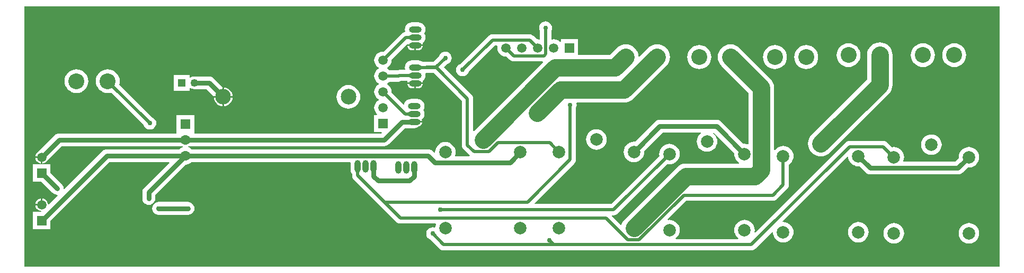
<source format=gbl>
%FSLAX25Y25*%
%MOIN*%
G70*
G01*
G75*
G04 Layer_Physical_Order=2*
G04 Layer_Color=16711680*
%ADD10R,0.05118X0.05906*%
%ADD11R,0.06102X0.09646*%
%ADD12R,0.06299X0.02362*%
%ADD13R,0.05906X0.05118*%
%ADD14R,0.08661X0.07874*%
%ADD15R,0.09646X0.06102*%
%ADD16R,0.12992X0.09449*%
%ADD17R,0.03937X0.09449*%
G04:AMPARAMS|DCode=18|XSize=50mil|YSize=50mil|CornerRadius=6.25mil|HoleSize=0mil|Usage=FLASHONLY|Rotation=270.000|XOffset=0mil|YOffset=0mil|HoleType=Round|Shape=RoundedRectangle|*
%AMROUNDEDRECTD18*
21,1,0.05000,0.03750,0,0,270.0*
21,1,0.03750,0.05000,0,0,270.0*
1,1,0.01250,-0.01875,-0.01875*
1,1,0.01250,-0.01875,0.01875*
1,1,0.01250,0.01875,0.01875*
1,1,0.01250,0.01875,-0.01875*
%
%ADD18ROUNDEDRECTD18*%
%ADD19C,0.02000*%
%ADD20C,0.03000*%
%ADD21C,0.11000*%
%ADD22C,0.05906*%
%ADD23R,0.05906X0.05906*%
%ADD24O,0.07874X0.03937*%
%ADD25O,0.07874X0.03937*%
%ADD26C,0.10000*%
%ADD27C,0.07874*%
%ADD28R,0.05906X0.05906*%
%ADD29C,0.09843*%
%ADD30C,0.04921*%
%ADD31R,0.04921X0.04921*%
%ADD32C,0.06299*%
%ADD33R,0.06299X0.06299*%
%ADD34O,0.03937X0.07874*%
%ADD35O,0.03937X0.07874*%
%ADD36C,0.03000*%
%ADD37C,0.07874*%
G36*
X613600Y0D02*
X0D01*
Y164100D01*
X613600D01*
Y0D01*
D02*
G37*
%LPC*%
G36*
X52443Y124536D02*
X50972Y124391D01*
X49558Y123963D01*
X48256Y123266D01*
X47113Y122329D01*
X46176Y121187D01*
X45480Y119884D01*
X45051Y118470D01*
X44906Y117000D01*
X45051Y115530D01*
X45480Y114116D01*
X46176Y112813D01*
X47113Y111671D01*
X48256Y110734D01*
X49558Y110037D01*
X50972Y109608D01*
X52443Y109464D01*
X53913Y109608D01*
X54625Y109825D01*
X75109Y89341D01*
X75476Y88455D01*
X76117Y87620D01*
X76953Y86978D01*
X77926Y86575D01*
X78970Y86438D01*
X80014Y86575D01*
X80987Y86978D01*
X81823Y87620D01*
X82464Y88455D01*
X82867Y89428D01*
X83005Y90472D01*
X82867Y91517D01*
X82464Y92490D01*
X81823Y93325D01*
X80987Y93966D01*
X80102Y94333D01*
X59618Y114817D01*
X59834Y115530D01*
X59979Y117000D01*
X59834Y118470D01*
X59405Y119884D01*
X58709Y121187D01*
X57771Y122329D01*
X56629Y123266D01*
X55326Y123963D01*
X53913Y124391D01*
X52443Y124536D01*
D02*
G37*
G36*
X359912Y86656D02*
X358650Y86532D01*
X357437Y86164D01*
X356318Y85566D01*
X355338Y84762D01*
X354534Y83782D01*
X353936Y82664D01*
X353568Y81450D01*
X353444Y80188D01*
X353568Y78926D01*
X353936Y77713D01*
X354534Y76595D01*
X355338Y75615D01*
X356318Y74810D01*
X357437Y74212D01*
X358650Y73844D01*
X359912Y73720D01*
X361174Y73844D01*
X362387Y74212D01*
X363505Y74810D01*
X364486Y75615D01*
X365290Y76595D01*
X365888Y77713D01*
X366256Y78926D01*
X366380Y80188D01*
X366256Y81450D01*
X365888Y82664D01*
X365290Y83782D01*
X364486Y84762D01*
X363505Y85566D01*
X362387Y86164D01*
X361174Y86532D01*
X359912Y86656D01*
D02*
G37*
G36*
X570712Y83356D02*
X569450Y83232D01*
X568237Y82864D01*
X567118Y82266D01*
X566138Y81462D01*
X565334Y80482D01*
X564736Y79364D01*
X564368Y78150D01*
X564244Y76888D01*
X564368Y75626D01*
X564736Y74413D01*
X565334Y73295D01*
X566138Y72315D01*
X567118Y71510D01*
X568237Y70912D01*
X569450Y70544D01*
X570712Y70420D01*
X571974Y70544D01*
X573187Y70912D01*
X574305Y71510D01*
X575286Y72315D01*
X576090Y73295D01*
X576688Y74413D01*
X577056Y75626D01*
X577180Y76888D01*
X577056Y78150D01*
X576688Y79364D01*
X576090Y80482D01*
X575286Y81462D01*
X574305Y82266D01*
X573187Y82864D01*
X571974Y83232D01*
X570712Y83356D01*
D02*
G37*
G36*
X131036Y106600D02*
X125630D01*
Y101193D01*
X126676Y101331D01*
X128116Y101928D01*
X129353Y102877D01*
X130302Y104114D01*
X130899Y105554D01*
X131036Y106600D01*
D02*
G37*
G36*
X124630D02*
X119223D01*
X119361Y105554D01*
X119958Y104114D01*
X120907Y102877D01*
X122144Y101928D01*
X123584Y101331D01*
X124630Y101193D01*
Y106600D01*
D02*
G37*
G36*
X203870Y114557D02*
X202415Y114414D01*
X201016Y113989D01*
X199727Y113300D01*
X198597Y112373D01*
X197670Y111243D01*
X196981Y109954D01*
X196556Y108555D01*
X196413Y107100D01*
X196556Y105645D01*
X196981Y104246D01*
X197670Y102957D01*
X198597Y101827D01*
X199727Y100900D01*
X201016Y100210D01*
X202415Y99786D01*
X203870Y99643D01*
X205325Y99786D01*
X206724Y100210D01*
X208013Y100900D01*
X209143Y101827D01*
X210070Y102957D01*
X210760Y104246D01*
X211184Y105645D01*
X211327Y107100D01*
X211184Y108555D01*
X210760Y109954D01*
X210070Y111243D01*
X209143Y112373D01*
X208013Y113300D01*
X206724Y113989D01*
X205325Y114414D01*
X203870Y114557D01*
D02*
G37*
G36*
X538242Y141439D02*
X536674Y141284D01*
X535166Y140827D01*
X533776Y140084D01*
X532558Y139084D01*
X531559Y137866D01*
X530816Y136476D01*
X530358Y134968D01*
X530204Y133400D01*
Y118049D01*
X495428Y83272D01*
X494428Y82054D01*
X493685Y80664D01*
X493228Y79157D01*
X493073Y77588D01*
X493228Y76020D01*
X493685Y74512D01*
X494428Y73122D01*
X495428Y71904D01*
X496646Y70904D01*
X498036Y70161D01*
X499544Y69704D01*
X501112Y69550D01*
X502680Y69704D01*
X504188Y70161D01*
X505578Y70904D01*
X506796Y71904D01*
X543927Y109035D01*
X544926Y110253D01*
X545669Y111643D01*
X546127Y113151D01*
X546281Y114719D01*
X546281Y114719D01*
Y133400D01*
X546127Y134968D01*
X545669Y136476D01*
X544926Y137866D01*
X543927Y139084D01*
X542709Y140084D01*
X541319Y140827D01*
X539811Y141284D01*
X538242Y141439D01*
D02*
G37*
G36*
X524734Y28151D02*
X523472Y28027D01*
X522259Y27658D01*
X521140Y27061D01*
X520160Y26256D01*
X519356Y25276D01*
X518758Y24158D01*
X518390Y22944D01*
X518266Y21683D01*
X518390Y20421D01*
X518758Y19207D01*
X519356Y18089D01*
X520160Y17109D01*
X521140Y16305D01*
X522259Y15707D01*
X523472Y15339D01*
X524734Y15214D01*
X525996Y15339D01*
X527209Y15707D01*
X528327Y16305D01*
X529308Y17109D01*
X530112Y18089D01*
X530710Y19207D01*
X531078Y20421D01*
X531202Y21683D01*
X531078Y22944D01*
X530710Y24158D01*
X530112Y25276D01*
X529308Y26256D01*
X528327Y27061D01*
X527209Y27658D01*
X525996Y28027D01*
X524734Y28151D01*
D02*
G37*
G36*
X594334Y27451D02*
X593072Y27327D01*
X591859Y26958D01*
X590740Y26361D01*
X589760Y25556D01*
X588956Y24576D01*
X588358Y23458D01*
X587990Y22244D01*
X587866Y20983D01*
X587990Y19721D01*
X588358Y18507D01*
X588956Y17389D01*
X589760Y16409D01*
X590740Y15605D01*
X591859Y15007D01*
X593072Y14639D01*
X594334Y14514D01*
X595596Y14639D01*
X596809Y15007D01*
X597927Y15605D01*
X598908Y16409D01*
X599712Y17389D01*
X600310Y18507D01*
X600678Y19721D01*
X600802Y20983D01*
X600678Y22244D01*
X600310Y23458D01*
X599712Y24576D01*
X598908Y25556D01*
X597927Y26361D01*
X596809Y26958D01*
X595596Y27327D01*
X594334Y27451D01*
D02*
G37*
G36*
X547090D02*
X545828Y27327D01*
X544614Y26958D01*
X543496Y26361D01*
X542516Y25556D01*
X541712Y24576D01*
X541114Y23458D01*
X540746Y22244D01*
X540622Y20983D01*
X540746Y19721D01*
X541114Y18507D01*
X541712Y17389D01*
X542516Y16409D01*
X543496Y15605D01*
X544614Y15007D01*
X545828Y14639D01*
X547090Y14514D01*
X548352Y14639D01*
X549565Y15007D01*
X550683Y15605D01*
X551663Y16409D01*
X552468Y17389D01*
X553065Y18507D01*
X553434Y19721D01*
X553558Y20983D01*
X553434Y22244D01*
X553065Y23458D01*
X552468Y24576D01*
X551663Y25556D01*
X550683Y26361D01*
X549565Y26958D01*
X548352Y27327D01*
X547090Y27451D01*
D02*
G37*
G36*
X10400Y68500D02*
X6931D01*
X7003Y67956D01*
X7406Y66983D01*
X8047Y66147D01*
X8883Y65506D01*
X9856Y65103D01*
X10400Y65031D01*
Y68500D01*
D02*
G37*
G36*
Y42921D02*
X9868Y42851D01*
X8907Y42453D01*
X8081Y41819D01*
X7447Y40993D01*
X7049Y40032D01*
X6979Y39500D01*
X10400D01*
Y42921D01*
D02*
G37*
G36*
X102955Y40734D02*
X84470D01*
X83426Y40597D01*
X82453Y40194D01*
X81617Y39553D01*
X80976Y38717D01*
X80573Y37744D01*
X80436Y36700D01*
X80573Y35656D01*
X80976Y34683D01*
X81617Y33847D01*
X82453Y33206D01*
X83426Y32803D01*
X84470Y32666D01*
X102955D01*
X103999Y32803D01*
X104972Y33206D01*
X105808Y33847D01*
X106449Y34683D01*
X106852Y35656D01*
X106990Y36700D01*
X106852Y37744D01*
X106449Y38717D01*
X105808Y39553D01*
X104972Y40194D01*
X103999Y40597D01*
X102955Y40734D01*
D02*
G37*
G36*
X103924Y120961D02*
X94002D01*
Y111039D01*
X103924D01*
Y112628D01*
X104372Y112849D01*
X104820Y112506D01*
X105793Y112103D01*
X106837Y111966D01*
X114559D01*
X118924Y107600D01*
X124630D01*
Y113306D01*
X119083Y118853D01*
X118247Y119494D01*
X117274Y119897D01*
X116230Y120035D01*
X116230Y120035D01*
X106837D01*
X105793Y119897D01*
X104820Y119494D01*
X104372Y119150D01*
X103924Y119372D01*
Y120961D01*
D02*
G37*
G36*
X565357Y140936D02*
X563887Y140791D01*
X562473Y140363D01*
X561170Y139666D01*
X560029Y138729D01*
X559091Y137587D01*
X558395Y136284D01*
X557966Y134870D01*
X557821Y133400D01*
X557966Y131930D01*
X558395Y130516D01*
X559091Y129213D01*
X560029Y128071D01*
X561170Y127134D01*
X562473Y126437D01*
X563887Y126008D01*
X565357Y125864D01*
X566828Y126008D01*
X568242Y126437D01*
X569544Y127134D01*
X570686Y128071D01*
X571624Y129213D01*
X572320Y130516D01*
X572749Y131930D01*
X572894Y133400D01*
X572749Y134870D01*
X572320Y136284D01*
X571624Y137587D01*
X570686Y138729D01*
X569544Y139666D01*
X568242Y140363D01*
X566828Y140791D01*
X565357Y140936D01*
D02*
G37*
G36*
X518558D02*
X517087Y140791D01*
X515673Y140363D01*
X514370Y139666D01*
X513229Y138729D01*
X512291Y137587D01*
X511595Y136284D01*
X511166Y134870D01*
X511021Y133400D01*
X511166Y131930D01*
X511595Y130516D01*
X512291Y129213D01*
X513229Y128071D01*
X514370Y127134D01*
X515673Y126437D01*
X517087Y126008D01*
X518558Y125864D01*
X520028Y126008D01*
X521442Y126437D01*
X522744Y127134D01*
X523886Y128071D01*
X524824Y129213D01*
X525520Y130516D01*
X525949Y131930D01*
X526094Y133400D01*
X525949Y134870D01*
X525520Y136284D01*
X524824Y137587D01*
X523886Y138729D01*
X522744Y139666D01*
X521442Y140363D01*
X520028Y140791D01*
X518558Y140936D01*
D02*
G37*
G36*
X491943Y139736D02*
X490472Y139592D01*
X489058Y139163D01*
X487755Y138466D01*
X486614Y137529D01*
X485676Y136387D01*
X484980Y135084D01*
X484551Y133670D01*
X484406Y132200D01*
X484551Y130730D01*
X484980Y129316D01*
X485676Y128013D01*
X486614Y126871D01*
X487755Y125934D01*
X489058Y125237D01*
X490472Y124809D01*
X491943Y124664D01*
X493413Y124809D01*
X494827Y125237D01*
X496129Y125934D01*
X497271Y126871D01*
X498209Y128013D01*
X498905Y129316D01*
X499334Y130730D01*
X499479Y132200D01*
X499334Y133670D01*
X498905Y135084D01*
X498209Y136387D01*
X497271Y137529D01*
X496129Y138466D01*
X494827Y139163D01*
X493413Y139592D01*
X491943Y139736D01*
D02*
G37*
G36*
X585042Y140936D02*
X583572Y140791D01*
X582159Y140363D01*
X580856Y139666D01*
X579713Y138729D01*
X578776Y137587D01*
X578080Y136284D01*
X577651Y134870D01*
X577506Y133400D01*
X577651Y131930D01*
X578080Y130516D01*
X578776Y129213D01*
X579713Y128071D01*
X580856Y127134D01*
X582159Y126437D01*
X583572Y126008D01*
X585042Y125864D01*
X586513Y126008D01*
X587926Y126437D01*
X589229Y127134D01*
X590371Y128071D01*
X591309Y129213D01*
X592005Y130516D01*
X592434Y131930D01*
X592579Y133400D01*
X592434Y134870D01*
X592005Y136284D01*
X591309Y137587D01*
X590371Y138729D01*
X589229Y139666D01*
X587926Y140363D01*
X586513Y140791D01*
X585042Y140936D01*
D02*
G37*
G36*
X327970Y154735D02*
X326926Y154597D01*
X325953Y154194D01*
X325117Y153553D01*
X324476Y152717D01*
X324073Y151744D01*
X323936Y150700D01*
X324073Y149656D01*
X324440Y148770D01*
Y143689D01*
X324064Y143360D01*
X323000Y143500D01*
X322552Y143441D01*
X320496Y145496D01*
X319765Y146057D01*
X318914Y146410D01*
X318000Y146530D01*
X294570D01*
X293656Y146410D01*
X292805Y146057D01*
X292074Y145496D01*
X274538Y127961D01*
X273653Y127594D01*
X272817Y126953D01*
X272176Y126117D01*
X271773Y125144D01*
X271636Y124100D01*
X271773Y123056D01*
X272176Y122083D01*
X272817Y121247D01*
X273653Y120606D01*
X274626Y120203D01*
X275670Y120065D01*
X276714Y120203D01*
X277687Y120606D01*
X278523Y121247D01*
X279164Y122083D01*
X279531Y122968D01*
X296032Y139470D01*
X297315D01*
X297644Y139094D01*
X297500Y138000D01*
X297688Y136576D01*
X298237Y135250D01*
X299111Y134111D01*
X300250Y133237D01*
X301577Y132688D01*
X303000Y132500D01*
X303448Y132559D01*
X305457Y130551D01*
X305457Y130551D01*
X305457D01*
X305457Y130551D01*
X305457D01*
X305457Y130551D01*
Y130551D01*
Y130551D01*
D01*
D01*
X305457D01*
Y130551D01*
X306188Y129990D01*
X307039Y129637D01*
X307953Y129517D01*
X326019D01*
X326210Y129055D01*
X282828Y85672D01*
X282783Y85618D01*
X282312Y85786D01*
Y106059D01*
X282192Y106973D01*
X281839Y107824D01*
X281278Y108555D01*
X264024Y125809D01*
X266002Y127786D01*
X266887Y128153D01*
X267723Y128794D01*
X268364Y129630D01*
X268767Y130603D01*
X268905Y131647D01*
X268767Y132691D01*
X268364Y133665D01*
X267723Y134500D01*
X266887Y135141D01*
X265914Y135544D01*
X264870Y135682D01*
X263826Y135544D01*
X262853Y135141D01*
X262017Y134500D01*
X261376Y133665D01*
X261009Y132779D01*
X257546Y129316D01*
X250512Y129204D01*
X250122Y129503D01*
X249035Y129954D01*
X247869Y130107D01*
X243932D01*
X242765Y129954D01*
X241678Y129503D01*
X240745Y128787D01*
X240028Y127854D01*
X239578Y126767D01*
X239424Y125600D01*
X239568Y124506D01*
X239239Y124130D01*
X235870D01*
X235870Y124130D01*
X234956Y124010D01*
X234281Y123730D01*
X229764D01*
X229489Y124089D01*
X228367Y124950D01*
Y125450D01*
X229489Y126311D01*
X230363Y127450D01*
X230912Y128777D01*
X231100Y130200D01*
X231041Y130648D01*
X240531Y140138D01*
X240608Y140100D01*
X243876D01*
X243932Y140093D01*
X247869D01*
X247924Y140100D01*
X250797D01*
X250761Y140375D01*
X250505Y140991D01*
X251056Y141413D01*
X251772Y142347D01*
X252222Y143433D01*
X252376Y144600D01*
X252222Y145766D01*
X251772Y146853D01*
X251583Y147100D01*
X251772Y147346D01*
X252222Y148433D01*
X252376Y149600D01*
X252222Y150767D01*
X251772Y151854D01*
X251056Y152787D01*
X250122Y153503D01*
X249035Y153954D01*
X247869Y154107D01*
X243932D01*
X242765Y153954D01*
X241678Y153503D01*
X240745Y152787D01*
X240028Y151854D01*
X239578Y150767D01*
X239424Y149600D01*
X239578Y148433D01*
X239354Y148045D01*
X239086Y148010D01*
X238235Y147657D01*
X237504Y147096D01*
X226048Y135641D01*
X225600Y135700D01*
X224177Y135512D01*
X222850Y134963D01*
X221711Y134089D01*
X220837Y132950D01*
X220288Y131623D01*
X220100Y130200D01*
X220288Y128777D01*
X220837Y127450D01*
X221711Y126311D01*
X222833Y125450D01*
Y124950D01*
X221711Y124089D01*
X220837Y122950D01*
X220288Y121624D01*
X220100Y120200D01*
X220288Y118777D01*
X220837Y117450D01*
X221711Y116311D01*
X222833Y115450D01*
Y114950D01*
X221711Y114089D01*
X220837Y112950D01*
X220288Y111624D01*
X220100Y110200D01*
X220288Y108776D01*
X220837Y107450D01*
X221711Y106311D01*
X222833Y105450D01*
Y104950D01*
X221711Y104089D01*
X220837Y102950D01*
X220288Y101623D01*
X220100Y100200D01*
X220288Y98777D01*
X220837Y97450D01*
X221711Y96311D01*
X221952Y96126D01*
X221791Y95653D01*
X220147D01*
Y84747D01*
X224758D01*
X224881Y84450D01*
X224604Y84035D01*
X107050D01*
Y84035D01*
Y84350D01*
X107050Y84388D01*
X107050Y84388D01*
X107050D01*
Y95650D01*
X95750D01*
Y84388D01*
X95750Y84388D01*
X95750D01*
X95750Y84350D01*
X95435Y84035D01*
X21900D01*
X21900Y84035D01*
X20856Y83897D01*
X19883Y83494D01*
X19047Y82853D01*
X8047Y71853D01*
X7406Y71017D01*
X7003Y70044D01*
X6931Y69500D01*
X10900D01*
Y69000D01*
X11400D01*
Y65031D01*
X11944Y65103D01*
X12917Y65506D01*
X13753Y66147D01*
X23571Y75965D01*
X99757D01*
X99855Y75475D01*
X98551Y74935D01*
X97378Y74035D01*
X51900D01*
X51900Y74035D01*
X50856Y73897D01*
X49883Y73494D01*
X49047Y72853D01*
X49047Y72853D01*
X25054Y48860D01*
X24606Y49081D01*
X24635Y49300D01*
X24497Y50344D01*
X24094Y51317D01*
X23453Y52153D01*
X16353Y59253D01*
Y64453D01*
X5447D01*
Y53547D01*
X10647D01*
X17747Y46447D01*
X17747D01*
X17747Y46447D01*
X17747Y46447D01*
Y46447D01*
X18583Y45806D01*
X19556Y45403D01*
X20600Y45265D01*
X20819Y45294D01*
X21040Y44846D01*
X15322Y39128D01*
X14849Y39289D01*
X14751Y40032D01*
X14353Y40993D01*
X13719Y41819D01*
X12893Y42453D01*
X11932Y42851D01*
X11400Y42921D01*
Y39000D01*
X10900D01*
Y38500D01*
X6979D01*
X7049Y37968D01*
X7447Y37007D01*
X8081Y36181D01*
X8907Y35547D01*
X9868Y35149D01*
X10611Y35051D01*
X10677Y34859D01*
X10385Y34453D01*
X5447D01*
Y23547D01*
X16353D01*
Y28747D01*
X53571Y65965D01*
X91007D01*
X91198Y65504D01*
X75417Y49723D01*
X74776Y48887D01*
X74373Y47914D01*
X74236Y46870D01*
X74236Y46870D01*
Y42906D01*
X74373Y41861D01*
X74776Y40888D01*
X75417Y40053D01*
X76253Y39412D01*
X77226Y39009D01*
X78270Y38871D01*
X79314Y39009D01*
X80287Y39412D01*
X81123Y40053D01*
X81764Y40888D01*
X82167Y41861D01*
X82305Y42906D01*
Y45199D01*
X101409Y64303D01*
X102875Y64496D01*
X104249Y65065D01*
X105423Y65965D01*
X204906D01*
X205235Y65590D01*
X205193Y65268D01*
Y61331D01*
X205347Y60165D01*
X205797Y59078D01*
X206170Y58592D01*
Y57400D01*
X206290Y56486D01*
X206643Y55635D01*
X207204Y54904D01*
X224004Y38104D01*
X234004Y28104D01*
X234735Y27543D01*
X235586Y27190D01*
X236500Y27070D01*
X236500Y27070D01*
X258701D01*
X258958Y26641D01*
X258914Y26558D01*
X258546Y25344D01*
X258494Y24822D01*
X258065Y24564D01*
X257914Y24627D01*
X256870Y24765D01*
X255826Y24627D01*
X254853Y24224D01*
X254017Y23583D01*
X253376Y22747D01*
X252973Y21774D01*
X252836Y20730D01*
X252973Y19686D01*
X253376Y18713D01*
X254017Y17877D01*
X254853Y17236D01*
X255738Y16869D01*
X261321Y11286D01*
X262052Y10725D01*
X262904Y10373D01*
X263818Y10252D01*
X333087D01*
X333087Y10252D01*
X333088Y10252D01*
X457353D01*
X458266Y10373D01*
X459118Y10725D01*
X459849Y11286D01*
X470582Y22019D01*
X471034Y21805D01*
X471022Y21683D01*
X471146Y20421D01*
X471514Y19207D01*
X472112Y18089D01*
X472916Y17109D01*
X473896Y16305D01*
X475014Y15707D01*
X476228Y15339D01*
X477490Y15214D01*
X478752Y15339D01*
X479965Y15707D01*
X481083Y16305D01*
X482063Y17109D01*
X482868Y18089D01*
X483465Y19207D01*
X483834Y20421D01*
X483958Y21683D01*
X483834Y22944D01*
X483465Y24158D01*
X482868Y25276D01*
X482063Y26256D01*
X481083Y27061D01*
X479965Y27658D01*
X478752Y28027D01*
X477490Y28151D01*
X477367Y28139D01*
X477153Y28591D01*
X517853Y69291D01*
X518324Y69122D01*
X518390Y68452D01*
X518758Y67239D01*
X519356Y66121D01*
X520160Y65140D01*
X521140Y64336D01*
X522259Y63738D01*
X523472Y63370D01*
X524734Y63246D01*
X525428Y63314D01*
X529495Y59247D01*
X529495Y59247D01*
X530331Y58606D01*
X530901Y58370D01*
X531304Y58203D01*
X532348Y58065D01*
X587420D01*
X587420Y58065D01*
X588464Y58203D01*
X589437Y58606D01*
X590273Y59247D01*
X593640Y62614D01*
X594334Y62546D01*
X595596Y62670D01*
X596809Y63038D01*
X597927Y63636D01*
X598908Y64441D01*
X599712Y65421D01*
X600310Y66539D01*
X600678Y67752D01*
X600802Y69014D01*
X600678Y70276D01*
X600310Y71490D01*
X599712Y72608D01*
X598908Y73588D01*
X597927Y74392D01*
X596809Y74990D01*
X595596Y75358D01*
X594334Y75482D01*
X593072Y75358D01*
X591859Y74990D01*
X590740Y74392D01*
X589760Y73588D01*
X588956Y72608D01*
X588358Y71490D01*
X587990Y70276D01*
X587866Y69014D01*
X587934Y68320D01*
X585748Y66135D01*
X553308D01*
X553065Y66539D01*
X553434Y67752D01*
X553558Y69014D01*
X553434Y70276D01*
X553065Y71490D01*
X552468Y72608D01*
X551663Y73588D01*
X550683Y74392D01*
X549565Y74990D01*
X548352Y75358D01*
X547090Y75482D01*
X545828Y75358D01*
X545759Y75337D01*
X542900Y78196D01*
X542169Y78757D01*
X541318Y79110D01*
X540404Y79230D01*
X519270D01*
X518356Y79110D01*
X517505Y78757D01*
X516774Y78196D01*
X459848Y21270D01*
X459419Y21527D01*
X459478Y21721D01*
X459602Y22983D01*
X459478Y24245D01*
X459110Y25458D01*
X458512Y26576D01*
X457708Y27556D01*
X456727Y28361D01*
X455609Y28958D01*
X454396Y29327D01*
X453134Y29451D01*
X451872Y29327D01*
X450659Y28958D01*
X449540Y28361D01*
X448560Y27556D01*
X447756Y26576D01*
X447158Y25458D01*
X446790Y24245D01*
X446666Y22983D01*
X446790Y21721D01*
X447158Y20507D01*
X447756Y19389D01*
X448560Y18409D01*
X449322Y17784D01*
X449154Y17313D01*
X409870D01*
X409701Y17784D01*
X410463Y18409D01*
X411268Y19389D01*
X411866Y20507D01*
X412234Y21721D01*
X412358Y22983D01*
X412234Y24245D01*
X411866Y25458D01*
X411268Y26576D01*
X410463Y27556D01*
X409483Y28361D01*
X408365Y28958D01*
X407152Y29327D01*
X405890Y29451D01*
X404866Y29350D01*
X404652Y29802D01*
X416340Y41489D01*
X470870D01*
X471784Y41610D01*
X472635Y41962D01*
X473366Y42523D01*
X479986Y49143D01*
X480547Y49874D01*
X480900Y50726D01*
X481020Y51639D01*
Y64302D01*
X481083Y64336D01*
X482063Y65140D01*
X482868Y66121D01*
X483465Y67239D01*
X483834Y68452D01*
X483958Y69714D01*
X483834Y70976D01*
X483465Y72189D01*
X482868Y73308D01*
X482063Y74288D01*
X481083Y75092D01*
X479965Y75690D01*
X478752Y76058D01*
X477490Y76182D01*
X476228Y76058D01*
X475014Y75690D01*
X473896Y75092D01*
X472916Y74288D01*
X472180Y73391D01*
X471709Y73559D01*
Y112872D01*
X471554Y114441D01*
X471203Y115598D01*
X471097Y115949D01*
X470354Y117339D01*
X469903Y117888D01*
X469354Y118557D01*
X469354Y118557D01*
X450027Y137884D01*
X448809Y138884D01*
X447419Y139627D01*
X445911Y140084D01*
X444343Y140239D01*
X442774Y140084D01*
X441266Y139627D01*
X439876Y138884D01*
X438658Y137884D01*
X437659Y136666D01*
X436916Y135276D01*
X436458Y133768D01*
X436304Y132200D01*
X436458Y130632D01*
X436916Y129124D01*
X437659Y127734D01*
X438658Y126516D01*
X455631Y109543D01*
Y77403D01*
X455230Y77105D01*
X454396Y77358D01*
X453134Y77482D01*
X452440Y77414D01*
X438462Y91392D01*
X438462Y91392D01*
X438401Y91453D01*
X437565Y92094D01*
X436592Y92497D01*
X435548Y92634D01*
X435548Y92634D01*
X399820D01*
X399820Y92634D01*
X398776Y92497D01*
X397802Y92094D01*
X396967Y91453D01*
X384228Y78714D01*
X383534Y78782D01*
X382272Y78658D01*
X381059Y78290D01*
X379940Y77692D01*
X378960Y76888D01*
X378156Y75908D01*
X377558Y74790D01*
X377190Y73576D01*
X377066Y72314D01*
X377190Y71052D01*
X377558Y69839D01*
X378156Y68721D01*
X378960Y67740D01*
X379940Y66936D01*
X381059Y66338D01*
X382272Y65970D01*
X383534Y65846D01*
X384796Y65970D01*
X386009Y66338D01*
X387127Y66936D01*
X388108Y67740D01*
X388912Y68721D01*
X389510Y69839D01*
X389878Y71052D01*
X390002Y72314D01*
X389934Y73008D01*
X401491Y84566D01*
X425541D01*
X425709Y84095D01*
X424938Y83462D01*
X424134Y82482D01*
X423536Y81363D01*
X423168Y80150D01*
X423044Y78888D01*
X423168Y77626D01*
X423536Y76413D01*
X424134Y75295D01*
X424938Y74314D01*
X425918Y73510D01*
X427037Y72912D01*
X428250Y72544D01*
X429512Y72420D01*
X430774Y72544D01*
X431987Y72912D01*
X433105Y73510D01*
X434086Y74314D01*
X434890Y75295D01*
X435488Y76413D01*
X435856Y77626D01*
X435980Y78888D01*
X435856Y80150D01*
X435488Y81363D01*
X434890Y82482D01*
X434086Y83462D01*
X433315Y84095D01*
X433375Y84263D01*
X433832Y84466D01*
X434078Y84364D01*
X446734Y71708D01*
X446666Y71014D01*
X446790Y69752D01*
X447158Y68539D01*
X447756Y67421D01*
X448560Y66440D01*
X449540Y65636D01*
X449751Y65524D01*
X449629Y65039D01*
X416251D01*
X414683Y64884D01*
X413175Y64427D01*
X411785Y63684D01*
X410567Y62684D01*
X377850Y29967D01*
X376850Y28749D01*
X376107Y27359D01*
X375782Y26287D01*
X375297Y26166D01*
X369555Y31908D01*
X369746Y32370D01*
X370776D01*
X371689Y32490D01*
X372541Y32843D01*
X373272Y33404D01*
X404559Y64691D01*
X404628Y64670D01*
X405890Y64546D01*
X407152Y64670D01*
X408365Y65038D01*
X409483Y65636D01*
X410463Y66440D01*
X411268Y67421D01*
X411866Y68539D01*
X412234Y69752D01*
X412358Y71014D01*
X412234Y72276D01*
X411866Y73489D01*
X411268Y74608D01*
X410463Y75588D01*
X409483Y76392D01*
X408365Y76990D01*
X407152Y77358D01*
X405890Y77482D01*
X404628Y77358D01*
X403414Y76990D01*
X402296Y76392D01*
X401316Y75588D01*
X400512Y74608D01*
X399914Y73489D01*
X399546Y72276D01*
X399422Y71014D01*
X399546Y69752D01*
X399567Y69684D01*
X369313Y39430D01*
X321046D01*
X320855Y39892D01*
X345966Y65004D01*
X345966Y65004D01*
X346527Y65735D01*
X346880Y66586D01*
X347000Y67500D01*
Y99970D01*
X347367Y100856D01*
X347505Y101900D01*
X347367Y102944D01*
X347325Y103046D01*
X347603Y103461D01*
X377442D01*
X377443Y103461D01*
X379011Y103616D01*
X380519Y104073D01*
X381909Y104816D01*
X383127Y105816D01*
X403827Y126516D01*
X404826Y127734D01*
X405569Y129124D01*
X406027Y130632D01*
X406181Y132200D01*
X406027Y133768D01*
X405569Y135276D01*
X404826Y136666D01*
X403827Y137884D01*
X402609Y138884D01*
X401219Y139627D01*
X399711Y140084D01*
X398143Y140239D01*
X396574Y140084D01*
X395066Y139627D01*
X393676Y138884D01*
X392458Y137884D01*
X386935Y132360D01*
X386464Y132529D01*
X386342Y133768D01*
X385884Y135276D01*
X385141Y136666D01*
X384142Y137884D01*
X382924Y138884D01*
X381534Y139627D01*
X380026Y140084D01*
X378457Y140239D01*
X376889Y140084D01*
X375381Y139627D01*
X373991Y138884D01*
X372773Y137884D01*
X368475Y133586D01*
X348453D01*
Y143453D01*
X337547D01*
Y141809D01*
X337074Y141648D01*
X336889Y141889D01*
X335750Y142763D01*
X334423Y143312D01*
X333000Y143500D01*
X331876Y143352D01*
X331500Y143682D01*
Y148770D01*
X331867Y149656D01*
X332005Y150700D01*
X331867Y151744D01*
X331464Y152717D01*
X330823Y153553D01*
X329987Y154194D01*
X329014Y154597D01*
X327970Y154735D01*
D02*
G37*
G36*
X250797Y139100D02*
X246400D01*
Y136606D01*
X247869D01*
X248643Y136708D01*
X249366Y137007D01*
X249986Y137483D01*
X250462Y138103D01*
X250761Y138825D01*
X250797Y139100D01*
D02*
G37*
G36*
X245400D02*
X241003D01*
X241039Y138825D01*
X241339Y138103D01*
X241814Y137483D01*
X242435Y137007D01*
X243157Y136708D01*
X243932Y136606D01*
X245400D01*
Y139100D01*
D02*
G37*
G36*
X32757Y124536D02*
X31287Y124391D01*
X29873Y123963D01*
X28571Y123266D01*
X27428Y122329D01*
X26491Y121187D01*
X25795Y119884D01*
X25366Y118470D01*
X25221Y117000D01*
X25366Y115530D01*
X25795Y114116D01*
X26491Y112813D01*
X27428Y111671D01*
X28571Y110734D01*
X29873Y110037D01*
X31287Y109608D01*
X32757Y109464D01*
X34228Y109608D01*
X35642Y110037D01*
X36944Y110734D01*
X38086Y111671D01*
X39024Y112813D01*
X39720Y114116D01*
X40149Y115530D01*
X40294Y117000D01*
X40149Y118470D01*
X39720Y119884D01*
X39024Y121187D01*
X38086Y122329D01*
X36944Y123266D01*
X35642Y123963D01*
X34228Y124391D01*
X32757Y124536D01*
D02*
G37*
G36*
X125630Y113006D02*
Y107600D01*
X131036D01*
X130899Y108646D01*
X130302Y110086D01*
X129353Y111323D01*
X128116Y112272D01*
X126676Y112869D01*
X125630Y113006D01*
D02*
G37*
G36*
X472258Y139736D02*
X470787Y139592D01*
X469374Y139163D01*
X468071Y138466D01*
X466928Y137529D01*
X465991Y136387D01*
X465295Y135084D01*
X464866Y133670D01*
X464721Y132200D01*
X464866Y130730D01*
X465295Y129316D01*
X465991Y128013D01*
X466928Y126871D01*
X468071Y125934D01*
X469374Y125237D01*
X470787Y124809D01*
X472258Y124664D01*
X473728Y124809D01*
X475141Y125237D01*
X476444Y125934D01*
X477586Y126871D01*
X478524Y128013D01*
X479220Y129316D01*
X479649Y130730D01*
X479794Y132200D01*
X479649Y133670D01*
X479220Y135084D01*
X478524Y136387D01*
X477586Y137529D01*
X476444Y138466D01*
X475141Y139163D01*
X473728Y139592D01*
X472258Y139736D01*
D02*
G37*
G36*
X424657D02*
X423187Y139592D01*
X421773Y139163D01*
X420471Y138466D01*
X419328Y137529D01*
X418391Y136387D01*
X417695Y135084D01*
X417266Y133670D01*
X417121Y132200D01*
X417266Y130730D01*
X417695Y129316D01*
X418391Y128013D01*
X419328Y126871D01*
X420471Y125934D01*
X421773Y125237D01*
X423187Y124809D01*
X424657Y124664D01*
X426128Y124809D01*
X427541Y125237D01*
X428844Y125934D01*
X429986Y126871D01*
X430924Y128013D01*
X431620Y129316D01*
X432049Y130730D01*
X432194Y132200D01*
X432049Y133670D01*
X431620Y135084D01*
X430924Y136387D01*
X429986Y137529D01*
X428844Y138466D01*
X427541Y139163D01*
X426128Y139592D01*
X424657Y139736D01*
D02*
G37*
%LPD*%
G36*
X275252Y104596D02*
Y76576D01*
X275252Y76576D01*
X275252D01*
X275372Y75663D01*
X275725Y74811D01*
X276286Y74080D01*
X280269Y70096D01*
X280078Y69634D01*
X271284D01*
X270986Y70036D01*
X271234Y70852D01*
X271358Y72114D01*
X271234Y73376D01*
X270866Y74590D01*
X270268Y75708D01*
X269463Y76688D01*
X268483Y77492D01*
X267365Y78090D01*
X266152Y78458D01*
X264890Y78582D01*
X263628Y78458D01*
X262414Y78090D01*
X261296Y77492D01*
X260316Y76688D01*
X259512Y75708D01*
X258914Y74590D01*
X258546Y73376D01*
X258421Y72114D01*
X258432Y72010D01*
X257980Y71796D01*
X256923Y72853D01*
X256087Y73494D01*
X255114Y73897D01*
X254070Y74035D01*
X254070Y74035D01*
X105423D01*
X104249Y74935D01*
X102945Y75475D01*
X103043Y75965D01*
X226370D01*
X226370Y75965D01*
X227414Y76103D01*
X228387Y76506D01*
X229223Y77147D01*
X239341Y87265D01*
X245300D01*
X246344Y87403D01*
X247317Y87806D01*
X248153Y88447D01*
X248160Y88456D01*
X248766Y88707D01*
X249386Y89183D01*
X249862Y89803D01*
X250161Y90525D01*
X250197Y90800D01*
X245300D01*
Y91793D01*
X247269D01*
X247324Y91800D01*
X250197D01*
X250161Y92075D01*
X249905Y92691D01*
X250455Y93113D01*
X251172Y94046D01*
X251622Y95134D01*
X251776Y96300D01*
X251622Y97466D01*
X251172Y98554D01*
X250983Y98800D01*
X251172Y99046D01*
X251622Y100134D01*
X251776Y101300D01*
X251622Y102466D01*
X251172Y103553D01*
X250456Y104487D01*
X249522Y105203D01*
X248435Y105654D01*
X247269Y105807D01*
X243332D01*
X242165Y105654D01*
X241078Y105203D01*
X240145Y104487D01*
X239428Y103553D01*
X238978Y102466D01*
X238976Y102451D01*
X238503Y102290D01*
X231041Y109752D01*
X231100Y110200D01*
X230912Y111624D01*
X230363Y112950D01*
X229489Y114089D01*
X228367Y114950D01*
Y115450D01*
X229489Y116311D01*
X229764Y116670D01*
X235470D01*
X236384Y116790D01*
X237059Y117070D01*
X240877D01*
X241155Y116654D01*
X241039Y116375D01*
X241003Y116100D01*
X243876D01*
X243932Y116093D01*
X247869D01*
X247924Y116100D01*
X250797D01*
X250761Y116375D01*
X250505Y116991D01*
X251056Y117413D01*
X251772Y118347D01*
X252222Y119433D01*
X252376Y120600D01*
X252232Y121694D01*
X252561Y122070D01*
X257778D01*
X275252Y104596D01*
D02*
G37*
%LPC*%
G36*
X250797Y115100D02*
X246400D01*
Y112606D01*
X247869D01*
X248643Y112708D01*
X249366Y113007D01*
X249986Y113483D01*
X250462Y114103D01*
X250761Y114825D01*
X250797Y115100D01*
D02*
G37*
G36*
X245400D02*
X241003D01*
X241039Y114825D01*
X241339Y114103D01*
X241814Y113483D01*
X242435Y113007D01*
X243157Y112708D01*
X243932Y112606D01*
X245400D01*
Y115100D01*
D02*
G37*
%LPD*%
D19*
X333087Y13783D02*
X457353D01*
X263818D02*
X333087D01*
X226500Y40600D02*
X236500Y30600D01*
X259032Y125809D02*
X264870Y131647D01*
X258823Y125600D02*
X259032Y125809D01*
X239500Y96300D02*
X245300D01*
X225600Y110200D02*
X239500Y96300D01*
X540404Y75700D02*
X547090Y69014D01*
X457353Y13783D02*
X519270Y75700D01*
X256870Y20730D02*
X263818Y13783D01*
X519270Y75700D02*
X540404D01*
X330270Y16600D02*
X333087Y13783D01*
X261770Y35900D02*
X370776D01*
X405890Y71014D01*
X330504Y78100D02*
X336290Y72314D01*
X297970Y78100D02*
X330504D01*
X292358Y72488D02*
X297970Y78100D01*
X282870Y72488D02*
X292358D01*
X278782Y76576D02*
X282870Y72488D01*
X278782Y76576D02*
Y106059D01*
X259032Y125809D02*
X278782Y106059D01*
X245900Y125600D02*
X259032Y125809D01*
X52443Y117000D02*
X78970Y90472D01*
X327970Y134147D02*
Y150700D01*
X326870Y133047D02*
X327970Y134147D01*
X307953Y133047D02*
X326870D01*
X303000Y138000D02*
X307953Y133047D01*
X245900Y125600D02*
X258823D01*
X318000Y143000D02*
X323000Y138000D01*
X294570Y143000D02*
X318000D01*
X275670Y124100D02*
X294570Y143000D01*
X343470Y67500D02*
Y101900D01*
X316570Y40600D02*
X343470Y67500D01*
X226500Y40600D02*
X316570D01*
X209700Y57400D02*
X226500Y40600D01*
X209700Y57400D02*
Y63300D01*
X477490Y51639D02*
Y69714D01*
X470870Y45020D02*
X477490Y51639D01*
X414878Y45020D02*
X470870D01*
X386641Y16783D02*
X414878Y45020D01*
X379688Y16783D02*
X386641D01*
X365870Y30600D02*
X379688Y16783D01*
X236500Y30600D02*
X365870D01*
X240000Y144600D02*
X245900D01*
X225600Y130200D02*
X240000Y144600D01*
X235870Y120600D02*
X245900D01*
X235470Y120200D02*
X235870Y120600D01*
X225600Y120200D02*
X235470D01*
D20*
X399820Y88600D02*
X435548D01*
X435609Y88539D02*
X453134Y71014D01*
X435548Y88600D02*
X435609Y88539D01*
X10900Y29000D02*
X51900Y70000D01*
X101400D01*
X84470Y36700D02*
X102955D01*
X435270Y88200D02*
X435609Y88539D01*
X524734Y69714D02*
X532348Y62100D01*
X587420D01*
X594334Y69014D01*
X21900Y80000D02*
X101400D01*
X10900Y69000D02*
X21900Y80000D01*
X10900Y59000D02*
X20600Y49300D01*
X305620Y65600D02*
X312134Y72114D01*
X258470Y65600D02*
X305620D01*
X254070Y70000D02*
X258470Y65600D01*
X101400Y70000D02*
X254070D01*
X219700Y57000D02*
Y63300D01*
Y57000D02*
X222600Y54100D01*
X242400D01*
X245300Y57000D01*
Y62400D01*
X101400Y80000D02*
X226370D01*
X237670Y91300D01*
X245300D01*
X383534Y72314D02*
X399820Y88600D01*
X78270Y42906D02*
Y46870D01*
X101400Y70000D01*
X106837Y116000D02*
X116230D01*
X125130Y107100D01*
D21*
X288512Y79988D02*
X334071Y125547D01*
X371805D01*
X378457Y132200D01*
X377443Y111500D02*
X398143Y132200D01*
X337170Y111500D02*
X377443D01*
X322670Y97000D02*
X337170Y111500D01*
X383534Y24283D02*
X416251Y57000D01*
X459670D01*
X463670Y61000D01*
Y112872D01*
X444343Y132200D02*
X463670Y112872D01*
X501112Y77588D02*
X538242Y114719D01*
Y133400D01*
D22*
X10900Y39000D02*
D03*
X225600Y100200D02*
D03*
Y110200D02*
D03*
Y120200D02*
D03*
Y130200D02*
D03*
X333000Y138000D02*
D03*
X323000D02*
D03*
X313000D02*
D03*
X303000D02*
D03*
X10900Y69000D02*
D03*
D23*
Y29000D02*
D03*
X225600Y90200D02*
D03*
X10900Y59000D02*
D03*
D24*
X245300Y91300D02*
D03*
Y96300D02*
D03*
X245900Y115600D02*
D03*
Y120600D02*
D03*
Y139600D02*
D03*
Y144600D02*
D03*
D25*
X245300Y101300D02*
D03*
X245900Y125600D02*
D03*
Y149600D02*
D03*
D26*
X398143Y132200D02*
D03*
X378457D02*
D03*
X491943D02*
D03*
X472258D02*
D03*
X32757Y117000D02*
D03*
X52443D02*
D03*
X444343Y132200D02*
D03*
X424657D02*
D03*
X565357Y133400D02*
D03*
X585042D02*
D03*
X518558D02*
D03*
X538242D02*
D03*
D28*
X343000Y138000D02*
D03*
D29*
X203870Y107100D02*
D03*
X125130D02*
D03*
D30*
X106837Y116000D02*
D03*
D31*
X98963D02*
D03*
D32*
X101400Y70000D02*
D03*
Y80000D02*
D03*
D33*
Y90000D02*
D03*
D34*
X219700Y63300D02*
D03*
X214700D02*
D03*
X245300Y62400D02*
D03*
X240300D02*
D03*
D35*
X209700Y63300D02*
D03*
X235300Y62400D02*
D03*
D36*
X84470Y36700D02*
D03*
X102955D02*
D03*
X435270Y88200D02*
D03*
X322670Y97000D02*
D03*
X256870Y20730D02*
D03*
X330270Y16600D02*
D03*
X261770Y35900D02*
D03*
X78970Y90472D02*
D03*
X20600Y49300D02*
D03*
X327970Y150700D02*
D03*
X264870Y131647D02*
D03*
X275670Y124100D02*
D03*
X343470Y101900D02*
D03*
X78270Y42906D02*
D03*
D37*
X405890Y22983D02*
D03*
Y71014D02*
D03*
X453134Y22983D02*
D03*
Y71014D02*
D03*
X429512Y78888D02*
D03*
X336290Y24283D02*
D03*
Y72314D02*
D03*
X383534Y24283D02*
D03*
Y72314D02*
D03*
X359912Y80188D02*
D03*
X264890Y24083D02*
D03*
Y72114D02*
D03*
X312134Y24083D02*
D03*
Y72114D02*
D03*
X288512Y79988D02*
D03*
X547090Y20983D02*
D03*
Y69014D02*
D03*
X594334Y20983D02*
D03*
Y69014D02*
D03*
X570712Y76888D02*
D03*
X477490Y21683D02*
D03*
Y69714D02*
D03*
X524734Y21683D02*
D03*
Y69714D02*
D03*
X501112Y77588D02*
D03*
M02*

</source>
